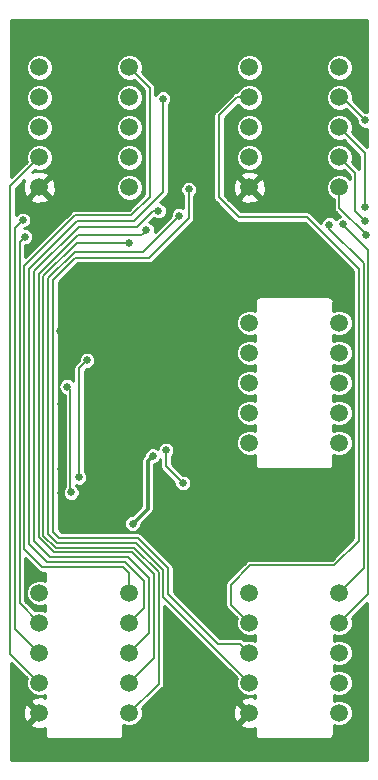
<source format=gbr>
G04 #@! TF.GenerationSoftware,KiCad,Pcbnew,5.0.2+dfsg1-1*
G04 #@! TF.CreationDate,2019-05-06T01:44:38+03:00*
G04 #@! TF.ProjectId,cps1_adapter,63707331-5f61-4646-9170-7465722e6b69,rev?*
G04 #@! TF.SameCoordinates,Original*
G04 #@! TF.FileFunction,Copper,L2,Bot*
G04 #@! TF.FilePolarity,Positive*
%FSLAX46Y46*%
G04 Gerber Fmt 4.6, Leading zero omitted, Abs format (unit mm)*
G04 Created by KiCad (PCBNEW 5.0.2+dfsg1-1) date 2019-05-06T01:44:38 EEST*
%MOMM*%
%LPD*%
G01*
G04 APERTURE LIST*
G04 #@! TA.AperFunction,ComponentPad*
%ADD10C,1.500000*%
G04 #@! TD*
G04 #@! TA.AperFunction,ViaPad*
%ADD11C,0.660000*%
G04 #@! TD*
G04 #@! TA.AperFunction,Conductor*
%ADD12C,0.200000*%
G04 #@! TD*
G04 #@! TA.AperFunction,Conductor*
%ADD13C,0.400000*%
G04 #@! TD*
G04 #@! TA.AperFunction,Conductor*
%ADD14C,0.500000*%
G04 #@! TD*
G04 #@! TA.AperFunction,Conductor*
%ADD15C,0.300000*%
G04 #@! TD*
G04 #@! TA.AperFunction,Conductor*
%ADD16C,0.254000*%
G04 #@! TD*
G04 APERTURE END LIST*
D10*
G04 #@! TO.P,J5,1*
G04 #@! TO.N,Net-(J5-Pad1)*
X43445000Y-35500000D03*
G04 #@! TO.P,J5,6*
G04 #@! TO.N,/R3*
X51065000Y-45660000D03*
G04 #@! TO.P,J5,2*
G04 #@! TO.N,/R0*
X43445000Y-38040000D03*
G04 #@! TO.P,J5,7*
G04 #@! TO.N,/F0*
X51065000Y-43120000D03*
G04 #@! TO.P,J5,3*
G04 #@! TO.N,/R1*
X43445000Y-40580000D03*
G04 #@! TO.P,J5,8*
G04 #@! TO.N,/F1*
X51065000Y-40580000D03*
G04 #@! TO.P,J5,4*
G04 #@! TO.N,/R2*
X43445000Y-43120000D03*
G04 #@! TO.P,J5,9*
G04 #@! TO.N,/F2*
X51065000Y-38040000D03*
G04 #@! TO.P,J5,5*
G04 #@! TO.N,GND*
X43445000Y-45660000D03*
G04 #@! TO.P,J5,10*
G04 #@! TO.N,/F3*
X51065000Y-35500000D03*
G04 #@! TD*
G04 #@! TO.P,J3,10*
G04 #@! TO.N,/DVDD5V*
X68845000Y-57140000D03*
G04 #@! TO.P,J3,5*
G04 #@! TO.N,Net-(J3-Pad5)*
X61225000Y-67300000D03*
G04 #@! TO.P,J3,9*
G04 #@! TO.N,Net-(J3-Pad9)*
X68845000Y-59680000D03*
G04 #@! TO.P,J3,4*
G04 #@! TO.N,Net-(J3-Pad4)*
X61225000Y-64760000D03*
G04 #@! TO.P,J3,8*
G04 #@! TO.N,Net-(J3-Pad8)*
X68845000Y-62220000D03*
G04 #@! TO.P,J3,3*
G04 #@! TO.N,Net-(J3-Pad3)*
X61225000Y-62220000D03*
G04 #@! TO.P,J3,7*
G04 #@! TO.N,Net-(J3-Pad7)*
X68845000Y-64760000D03*
G04 #@! TO.P,J3,2*
G04 #@! TO.N,Net-(J3-Pad2)*
X61225000Y-59680000D03*
G04 #@! TO.P,J3,6*
G04 #@! TO.N,Net-(J3-Pad6)*
X68845000Y-67300000D03*
G04 #@! TO.P,J3,1*
G04 #@! TO.N,Net-(J3-Pad1)*
X61225000Y-57140000D03*
G04 #@! TD*
G04 #@! TO.P,J2,1*
G04 #@! TO.N,Net-(J2-Pad1)*
X43445000Y-80000000D03*
G04 #@! TO.P,J2,6*
G04 #@! TO.N,/R3*
X51065000Y-90160000D03*
G04 #@! TO.P,J2,2*
G04 #@! TO.N,/R0*
X43445000Y-82540000D03*
G04 #@! TO.P,J2,7*
G04 #@! TO.N,/F0*
X51065000Y-87620000D03*
G04 #@! TO.P,J2,3*
G04 #@! TO.N,/R1*
X43445000Y-85080000D03*
G04 #@! TO.P,J2,8*
G04 #@! TO.N,/F1*
X51065000Y-85080000D03*
G04 #@! TO.P,J2,4*
G04 #@! TO.N,/R2*
X43445000Y-87620000D03*
G04 #@! TO.P,J2,9*
G04 #@! TO.N,/F2*
X51065000Y-82540000D03*
G04 #@! TO.P,J2,5*
G04 #@! TO.N,GND*
X43445000Y-90160000D03*
G04 #@! TO.P,J2,10*
G04 #@! TO.N,/F3*
X51065000Y-80000000D03*
G04 #@! TD*
G04 #@! TO.P,J1,10*
G04 #@! TO.N,/G3*
X68845000Y-80000000D03*
G04 #@! TO.P,J1,5*
G04 #@! TO.N,GND*
X61225000Y-90160000D03*
G04 #@! TO.P,J1,9*
G04 #@! TO.N,/G2*
X68845000Y-82540000D03*
G04 #@! TO.P,J1,4*
G04 #@! TO.N,/B2*
X61225000Y-87620000D03*
G04 #@! TO.P,J1,8*
G04 #@! TO.N,/G1*
X68845000Y-85080000D03*
G04 #@! TO.P,J1,3*
G04 #@! TO.N,/B1*
X61225000Y-85080000D03*
G04 #@! TO.P,J1,7*
G04 #@! TO.N,/G0*
X68845000Y-87620000D03*
G04 #@! TO.P,J1,2*
G04 #@! TO.N,/B0*
X61225000Y-82540000D03*
G04 #@! TO.P,J1,6*
G04 #@! TO.N,/B3*
X68845000Y-90160000D03*
G04 #@! TO.P,J1,1*
G04 #@! TO.N,Net-(J1-Pad1)*
X61225000Y-80000000D03*
G04 #@! TD*
G04 #@! TO.P,J4,1*
G04 #@! TO.N,Net-(J4-Pad1)*
X61225000Y-35500000D03*
G04 #@! TO.P,J4,6*
G04 #@! TO.N,/B3*
X68845000Y-45660000D03*
G04 #@! TO.P,J4,2*
G04 #@! TO.N,/B0*
X61225000Y-38040000D03*
G04 #@! TO.P,J4,7*
G04 #@! TO.N,/G0*
X68845000Y-43120000D03*
G04 #@! TO.P,J4,3*
G04 #@! TO.N,/B1*
X61225000Y-40580000D03*
G04 #@! TO.P,J4,8*
G04 #@! TO.N,/G1*
X68845000Y-40580000D03*
G04 #@! TO.P,J4,4*
G04 #@! TO.N,/B2*
X61225000Y-43120000D03*
G04 #@! TO.P,J4,9*
G04 #@! TO.N,/G2*
X68845000Y-38040000D03*
G04 #@! TO.P,J4,5*
G04 #@! TO.N,GND*
X61225000Y-45660000D03*
G04 #@! TO.P,J4,10*
G04 #@! TO.N,/G3*
X68845000Y-35500000D03*
G04 #@! TD*
D11*
G04 #@! TO.N,GND*
X45300000Y-69540000D03*
X45300000Y-71540000D03*
X45300000Y-64010000D03*
X45840000Y-61460000D03*
X42680000Y-78210000D03*
X55440000Y-71730000D03*
X52940000Y-74130000D03*
X59330000Y-76980000D03*
X57900000Y-81210000D03*
X43340000Y-49740000D03*
X58790000Y-63400000D03*
X58330000Y-60110000D03*
X46490000Y-53760000D03*
X53900000Y-62910000D03*
X50990000Y-62370000D03*
X52980000Y-59500000D03*
X66580000Y-76380000D03*
X66580000Y-74240000D03*
X66580000Y-72360000D03*
X66580000Y-70690000D03*
X45240030Y-57810000D03*
X52990000Y-57230000D03*
X48070000Y-54020000D03*
X49860000Y-54030000D03*
X51650000Y-54030000D03*
X53410000Y-54040000D03*
X54870000Y-54040000D03*
X56460000Y-54040000D03*
X57880000Y-54040000D03*
X59550000Y-53220000D03*
X60880000Y-53210000D03*
X62220000Y-53220000D03*
X63540000Y-53230000D03*
X64980000Y-53220000D03*
X66440000Y-53230000D03*
X67800000Y-53230000D03*
X69150000Y-53240000D03*
X57910000Y-82280000D03*
X58860000Y-83220000D03*
X58840000Y-81760000D03*
X56350000Y-80760000D03*
X56500000Y-84620000D03*
X55590000Y-83740000D03*
X54700000Y-82840000D03*
X54680000Y-84630000D03*
X55550000Y-85480000D03*
X56340000Y-86200000D03*
X57400000Y-87230000D03*
X57400000Y-85520000D03*
G04 #@! TO.N,/oC1*
X45800000Y-62530000D03*
X46160012Y-71500026D03*
G04 #@! TO.N,/VMID*
X51350000Y-74130000D03*
X53060000Y-68380000D03*
G04 #@! TO.N,Net-(R4-Pad2)*
X55610000Y-70700000D03*
X54190000Y-67910000D03*
G04 #@! TO.N,/B3*
X71085000Y-49670000D03*
G04 #@! TO.N,/G0*
X71060000Y-48540000D03*
G04 #@! TO.N,/B1*
X56100000Y-45840000D03*
G04 #@! TO.N,/G1*
X71040000Y-47360000D03*
G04 #@! TO.N,/B2*
X55280000Y-48050000D03*
G04 #@! TO.N,/G2*
X69150000Y-48800000D03*
X71050000Y-39990000D03*
G04 #@! TO.N,/G3*
X68010000Y-48820000D03*
G04 #@! TO.N,/R3*
X51030000Y-50370000D03*
G04 #@! TO.N,/R0*
X42230000Y-49850000D03*
G04 #@! TO.N,/F0*
X52530000Y-49290000D03*
G04 #@! TO.N,/R1*
X42050000Y-48430000D03*
G04 #@! TO.N,/F1*
X53540000Y-47650000D03*
G04 #@! TO.N,/F2*
X53920000Y-38160000D03*
G04 #@! TO.N,/LRCLK*
X46810000Y-70220000D03*
X47500000Y-60300000D03*
G04 #@! TD*
D12*
G04 #@! TO.N,GND*
X45300000Y-69540000D02*
X45300000Y-71540000D01*
D13*
X45300000Y-64476690D02*
X45300000Y-69540000D01*
X45300000Y-64010000D02*
X45300000Y-64476690D01*
D12*
X45300000Y-63543310D02*
X45110000Y-63353310D01*
X45300000Y-64010000D02*
X45300000Y-63543310D01*
X45110000Y-63353310D02*
X45110000Y-62287598D01*
X45840000Y-61557598D02*
X45840000Y-61460000D01*
X45110000Y-62287598D02*
X45840000Y-61557598D01*
D13*
X55440000Y-71730000D02*
X55340000Y-71730000D01*
X55340000Y-71730000D02*
X52940000Y-74130000D01*
X59000001Y-77309999D02*
X59000001Y-78079999D01*
X59330000Y-76980000D02*
X59000001Y-77309999D01*
X59000001Y-78079999D02*
X57900000Y-79180000D01*
X57900000Y-79180000D02*
X57900000Y-81210000D01*
D14*
X58790000Y-63400000D02*
X58790000Y-60570000D01*
X58790000Y-60570000D02*
X58330000Y-60110000D01*
X45840000Y-60993310D02*
X46020000Y-60813310D01*
X45840000Y-61460000D02*
X45840000Y-60993310D01*
X46020000Y-54230000D02*
X46490000Y-53760000D01*
X53900000Y-62910000D02*
X53510000Y-62520000D01*
X53510000Y-62520000D02*
X51140000Y-62520000D01*
X51140000Y-62520000D02*
X50990000Y-62370000D01*
D13*
X52980000Y-59500000D02*
X51830000Y-59500000D01*
X50990000Y-60340000D02*
X50990000Y-62370000D01*
X51830000Y-59500000D02*
X50990000Y-60340000D01*
X52980000Y-61990000D02*
X53900000Y-62910000D01*
X52980000Y-59500000D02*
X52980000Y-61990000D01*
X59796690Y-76980000D02*
X60066690Y-76710000D01*
X59330000Y-76980000D02*
X59796690Y-76980000D01*
X60066690Y-76710000D02*
X66250000Y-76710000D01*
X66250000Y-76710000D02*
X66580000Y-76380000D01*
X66580000Y-74240000D02*
X66580000Y-72360000D01*
D15*
X46020000Y-57450000D02*
X45600030Y-57450000D01*
X45600030Y-57450000D02*
X45240030Y-57810000D01*
D14*
X46020000Y-57450000D02*
X46020000Y-54230000D01*
X46020000Y-60813310D02*
X46020000Y-57450000D01*
D15*
X52990000Y-59490000D02*
X52980000Y-59500000D01*
X52990000Y-57230000D02*
X52990000Y-59490000D01*
D14*
X46490000Y-53760000D02*
X47810000Y-53760000D01*
X47810000Y-53760000D02*
X48070000Y-54020000D01*
X49860000Y-54030000D02*
X51650000Y-54030000D01*
X53410000Y-54040000D02*
X54870000Y-54040000D01*
X56460000Y-54040000D02*
X57880000Y-54040000D01*
X59550000Y-53220000D02*
X60870000Y-53220000D01*
X60870000Y-53220000D02*
X60880000Y-53210000D01*
X62220000Y-53220000D02*
X63530000Y-53220000D01*
X63530000Y-53220000D02*
X63540000Y-53230000D01*
X64980000Y-53220000D02*
X66430000Y-53220000D01*
X66430000Y-53220000D02*
X66440000Y-53230000D01*
X57900000Y-81210000D02*
X57900000Y-82270000D01*
X57900000Y-82270000D02*
X57910000Y-82280000D01*
X58860000Y-83220000D02*
X58860000Y-81780000D01*
X58860000Y-81780000D02*
X58840000Y-81760000D01*
X56500000Y-84620000D02*
X56470000Y-84620000D01*
X56470000Y-84620000D02*
X55590000Y-83740000D01*
X54700000Y-82840000D02*
X54700000Y-84610000D01*
X54700000Y-84610000D02*
X54680000Y-84630000D01*
X55550000Y-85480000D02*
X55620000Y-85480000D01*
X55620000Y-85480000D02*
X56340000Y-86200000D01*
D12*
G04 #@! TO.N,/oC1*
X46080000Y-71420014D02*
X46160012Y-71500026D01*
X45800000Y-62530000D02*
X46080000Y-62810000D01*
X46080000Y-62810000D02*
X46080000Y-71420014D01*
D15*
G04 #@! TO.N,/VMID*
X52620000Y-68820000D02*
X53060000Y-68380000D01*
X51350000Y-74130000D02*
X52620000Y-72860000D01*
X52620000Y-72860000D02*
X52620000Y-68820000D01*
D12*
G04 #@! TO.N,Net-(R4-Pad2)*
X55610000Y-70700000D02*
X54190000Y-69280000D01*
X54190000Y-69280000D02*
X54190000Y-67910000D01*
G04 #@! TO.N,/B3*
X68845000Y-47405000D02*
X68845000Y-45660000D01*
X71085000Y-49670000D02*
X71085000Y-49645000D01*
X71085000Y-49645000D02*
X68845000Y-47405000D01*
G04 #@! TO.N,/B0*
X60200000Y-38040000D02*
X61225000Y-38040000D01*
X58680000Y-39560000D02*
X60200000Y-38040000D01*
X58680000Y-46520000D02*
X58680000Y-39560000D01*
X70500000Y-52560000D02*
X66110000Y-48170000D01*
X60330000Y-48170000D02*
X58680000Y-46520000D01*
X59690000Y-81005000D02*
X59690000Y-79300000D01*
X61225000Y-82540000D02*
X59690000Y-81005000D01*
X66110000Y-48170000D02*
X60330000Y-48170000D01*
X61330000Y-77660000D02*
X68430000Y-77660000D01*
X70500000Y-75590000D02*
X70500000Y-52560000D01*
X59690000Y-79300000D02*
X61330000Y-77660000D01*
X68430000Y-77660000D02*
X70500000Y-75590000D01*
G04 #@! TO.N,/G0*
X71060000Y-48540000D02*
X70200000Y-47680000D01*
X70200000Y-44475000D02*
X68845000Y-43120000D01*
X70200000Y-47680000D02*
X70200000Y-44475000D01*
G04 #@! TO.N,/B1*
X52760000Y-51630000D02*
X56100000Y-48290000D01*
X44610030Y-74812936D02*
X44610030Y-53511366D01*
X45157094Y-75360000D02*
X44610030Y-74812936D01*
X45280000Y-75360000D02*
X45157094Y-75360000D01*
X45290000Y-75350000D02*
X45280000Y-75360000D01*
X60475001Y-84330001D02*
X58560001Y-84330001D01*
X56100000Y-48290000D02*
X56100000Y-45840000D01*
X54360010Y-77932914D02*
X51777095Y-75350000D01*
X46491396Y-51630000D02*
X52760000Y-51630000D01*
X44610030Y-53511366D02*
X46491396Y-51630000D01*
X61225000Y-85080000D02*
X60475001Y-84330001D01*
X58560001Y-84330001D02*
X54360010Y-80130010D01*
X54360010Y-80130010D02*
X54360010Y-77932914D01*
X51777095Y-75350000D02*
X45290000Y-75350000D01*
G04 #@! TO.N,/G1*
X71040000Y-42775000D02*
X68845000Y-40580000D01*
X71040000Y-47360000D02*
X71040000Y-42775000D01*
G04 #@! TO.N,/B2*
X61225000Y-87620000D02*
X53960000Y-80355000D01*
X53960000Y-78098603D02*
X51621397Y-75760000D01*
X53960000Y-80355000D02*
X53960000Y-78098603D01*
X51621397Y-75760000D02*
X44991396Y-75760000D01*
X44991396Y-75760000D02*
X44210020Y-74978624D01*
X44210020Y-74978624D02*
X44210020Y-53345678D01*
X44210020Y-53345678D02*
X46435698Y-51120000D01*
X46435698Y-51120000D02*
X52210000Y-51120000D01*
X52210000Y-51120000D02*
X55280000Y-48050000D01*
G04 #@! TO.N,/G2*
X71314990Y-80070010D02*
X71314990Y-77684990D01*
X68845000Y-82540000D02*
X71314990Y-80070010D01*
X71314990Y-77684990D02*
X71314990Y-50994990D01*
X71314990Y-50994990D02*
X69150000Y-48830000D01*
X69150000Y-48830000D02*
X69150000Y-48800000D01*
X69100000Y-38040000D02*
X68845000Y-38040000D01*
X71050000Y-39990000D02*
X69100000Y-38040000D01*
G04 #@! TO.N,/G3*
X68845000Y-80000000D02*
X70910000Y-77935000D01*
X70910000Y-77935000D02*
X70910000Y-52070000D01*
X70910000Y-52070000D02*
X68010000Y-49170000D01*
X68010000Y-49170000D02*
X68010000Y-48820000D01*
G04 #@! TO.N,/R3*
X46620000Y-50370000D02*
X51030000Y-50370000D01*
X43810010Y-53179990D02*
X46620000Y-50370000D01*
X53550010Y-87674990D02*
X53550010Y-78254311D01*
X51065000Y-90160000D02*
X53550010Y-87674990D01*
X53550010Y-78254311D02*
X51475699Y-76180000D01*
X51475699Y-76180000D02*
X44845698Y-76180000D01*
X44845698Y-76180000D02*
X43810010Y-75144312D01*
X43810010Y-75144312D02*
X43810010Y-53179990D01*
G04 #@! TO.N,/R0*
X41800000Y-50280000D02*
X41900001Y-50179999D01*
X41900001Y-50179999D02*
X42230000Y-49850000D01*
X41800000Y-80895000D02*
X41800000Y-50280000D01*
X43445000Y-82540000D02*
X41800000Y-80895000D01*
G04 #@! TO.N,/F0*
X44680000Y-76580000D02*
X43410000Y-75310000D01*
X43410000Y-75310000D02*
X43410000Y-53010000D01*
X43410000Y-53010000D02*
X46700001Y-49719999D01*
X46700001Y-49719999D02*
X52100001Y-49719999D01*
X52200001Y-49619999D02*
X52530000Y-49290000D01*
X52100001Y-49719999D02*
X52200001Y-49619999D01*
X53150000Y-78420000D02*
X51310000Y-76580000D01*
X53150000Y-85535000D02*
X53150000Y-78420000D01*
X51065000Y-87620000D02*
X53150000Y-85535000D01*
X51310000Y-76580000D02*
X44680000Y-76580000D01*
G04 #@! TO.N,/R1*
X41391021Y-49088979D02*
X41720001Y-48759999D01*
X41720001Y-48759999D02*
X42050000Y-48430000D01*
X41391021Y-83026021D02*
X41391021Y-49088979D01*
X43445000Y-85080000D02*
X41391021Y-83026021D01*
G04 #@! TO.N,/F1*
X44400000Y-76990000D02*
X43000000Y-75590000D01*
X43000000Y-52780000D02*
X46780000Y-49000000D01*
X52740000Y-78750000D02*
X50980000Y-76990000D01*
X53067598Y-47650000D02*
X53073310Y-47650000D01*
X53073310Y-47650000D02*
X53540000Y-47650000D01*
X51065000Y-85080000D02*
X52740000Y-83405000D01*
X50980000Y-76990000D02*
X44400000Y-76990000D01*
X46780000Y-49000000D02*
X51717598Y-49000000D01*
X51717598Y-49000000D02*
X53067598Y-47650000D01*
X43000000Y-75590000D02*
X43000000Y-52780000D01*
X52740000Y-83405000D02*
X52740000Y-78750000D01*
G04 #@! TO.N,/R2*
X42695001Y-43869999D02*
X43445000Y-43120000D01*
X43445000Y-87620000D02*
X40991010Y-85166010D01*
X40991010Y-45573990D02*
X42695001Y-43869999D01*
X40991010Y-85166010D02*
X40991010Y-45573990D01*
G04 #@! TO.N,/F2*
X51450000Y-48520000D02*
X53920000Y-46050000D01*
X46630000Y-48520000D02*
X51450000Y-48520000D01*
X42600000Y-52550000D02*
X46630000Y-48520000D01*
X52330000Y-81275000D02*
X52330000Y-78990000D01*
X51065000Y-82540000D02*
X52330000Y-81275000D01*
X52330000Y-78990000D02*
X50730000Y-77390000D01*
X50730000Y-77390000D02*
X44140000Y-77390000D01*
X44140000Y-77390000D02*
X42600000Y-75850000D01*
X53920000Y-46050000D02*
X53920000Y-38160000D01*
X42600000Y-75850000D02*
X42600000Y-52550000D01*
G04 #@! TO.N,/F3*
X52800000Y-37235000D02*
X51065000Y-35500000D01*
X52800000Y-46450000D02*
X52800000Y-37235000D01*
X51220000Y-48030000D02*
X52800000Y-46450000D01*
X51065000Y-78355000D02*
X50520000Y-77810000D01*
X42200000Y-76320000D02*
X42200000Y-52320000D01*
X50520000Y-77810000D02*
X43690000Y-77810000D01*
X51065000Y-80000000D02*
X51065000Y-78355000D01*
X46490000Y-48030000D02*
X51220000Y-48030000D01*
X43690000Y-77810000D02*
X42200000Y-76320000D01*
X42200000Y-52320000D02*
X46490000Y-48030000D01*
G04 #@! TO.N,/LRCLK*
X46810000Y-70220000D02*
X46810000Y-60990000D01*
X46810000Y-60990000D02*
X47500000Y-60300000D01*
G04 #@! TD*
D16*
G04 #@! TO.N,GND*
G36*
X71234001Y-94144000D02*
X41072000Y-94144000D01*
X41072000Y-89955171D01*
X42047799Y-89955171D01*
X42075770Y-90505448D01*
X42232540Y-90883923D01*
X42473483Y-90951912D01*
X43265395Y-90160000D01*
X42473483Y-89368088D01*
X42232540Y-89436077D01*
X42047799Y-89955171D01*
X41072000Y-89955171D01*
X41072000Y-85927236D01*
X42380133Y-87235370D01*
X42314000Y-87395030D01*
X42314000Y-87844970D01*
X42486184Y-88260660D01*
X42804340Y-88578816D01*
X43220030Y-88751000D01*
X43669970Y-88751000D01*
X43929000Y-88643706D01*
X43929000Y-88862154D01*
X43649829Y-88762799D01*
X43099552Y-88790770D01*
X42721077Y-88947540D01*
X42653088Y-89188483D01*
X43445000Y-89980395D01*
X43459143Y-89966253D01*
X43638748Y-90145858D01*
X43624605Y-90160000D01*
X43638748Y-90174143D01*
X43459143Y-90353748D01*
X43445000Y-90339605D01*
X42653088Y-91131517D01*
X42721077Y-91372460D01*
X43240171Y-91557201D01*
X43790448Y-91529230D01*
X43929000Y-91471840D01*
X43929000Y-91937555D01*
X43920557Y-91980000D01*
X43954008Y-92148168D01*
X44049267Y-92290733D01*
X44191832Y-92385992D01*
X44360000Y-92419443D01*
X44402445Y-92411000D01*
X50107555Y-92411000D01*
X50150000Y-92419443D01*
X50192445Y-92411000D01*
X50318168Y-92385992D01*
X50460733Y-92290733D01*
X50555992Y-92148168D01*
X50589443Y-91980000D01*
X50581000Y-91937555D01*
X50581000Y-91183707D01*
X50840030Y-91291000D01*
X51289970Y-91291000D01*
X51705660Y-91118816D01*
X52023816Y-90800660D01*
X52196000Y-90384970D01*
X52196000Y-89955171D01*
X59827799Y-89955171D01*
X59855770Y-90505448D01*
X60012540Y-90883923D01*
X60253483Y-90951912D01*
X61045395Y-90160000D01*
X60253483Y-89368088D01*
X60012540Y-89436077D01*
X59827799Y-89955171D01*
X52196000Y-89955171D01*
X52196000Y-89935030D01*
X52129867Y-89775370D01*
X53856633Y-88048604D01*
X53896791Y-88021771D01*
X53923624Y-87981613D01*
X53923626Y-87981611D01*
X54003102Y-87862667D01*
X54014040Y-87807676D01*
X54031010Y-87722363D01*
X54031010Y-87722359D01*
X54040432Y-87674990D01*
X54031010Y-87627621D01*
X54031010Y-81106246D01*
X60160133Y-87235370D01*
X60094000Y-87395030D01*
X60094000Y-87844970D01*
X60266184Y-88260660D01*
X60584340Y-88578816D01*
X61000030Y-88751000D01*
X61449970Y-88751000D01*
X61709000Y-88643706D01*
X61709000Y-88862154D01*
X61429829Y-88762799D01*
X60879552Y-88790770D01*
X60501077Y-88947540D01*
X60433088Y-89188483D01*
X61225000Y-89980395D01*
X61239143Y-89966253D01*
X61418748Y-90145858D01*
X61404605Y-90160000D01*
X61418748Y-90174143D01*
X61239143Y-90353748D01*
X61225000Y-90339605D01*
X60433088Y-91131517D01*
X60501077Y-91372460D01*
X61020171Y-91557201D01*
X61570448Y-91529230D01*
X61709000Y-91471840D01*
X61709000Y-91937555D01*
X61700557Y-91980000D01*
X61734008Y-92148168D01*
X61829267Y-92290733D01*
X61971832Y-92385992D01*
X62140000Y-92419443D01*
X62182445Y-92411000D01*
X67897555Y-92411000D01*
X67940000Y-92419443D01*
X67982445Y-92411000D01*
X68108168Y-92385992D01*
X68250733Y-92290733D01*
X68345992Y-92148168D01*
X68379443Y-91980000D01*
X68371000Y-91937555D01*
X68371000Y-91187849D01*
X68620030Y-91291000D01*
X69069970Y-91291000D01*
X69485660Y-91118816D01*
X69803816Y-90800660D01*
X69976000Y-90384970D01*
X69976000Y-89935030D01*
X69803816Y-89519340D01*
X69485660Y-89201184D01*
X69069970Y-89029000D01*
X68620030Y-89029000D01*
X68371000Y-89132151D01*
X68371000Y-88647849D01*
X68620030Y-88751000D01*
X69069970Y-88751000D01*
X69485660Y-88578816D01*
X69803816Y-88260660D01*
X69976000Y-87844970D01*
X69976000Y-87395030D01*
X69803816Y-86979340D01*
X69485660Y-86661184D01*
X69069970Y-86489000D01*
X68620030Y-86489000D01*
X68371000Y-86592151D01*
X68371000Y-86107849D01*
X68620030Y-86211000D01*
X69069970Y-86211000D01*
X69485660Y-86038816D01*
X69803816Y-85720660D01*
X69976000Y-85304970D01*
X69976000Y-84855030D01*
X69803816Y-84439340D01*
X69485660Y-84121184D01*
X69069970Y-83949000D01*
X68620030Y-83949000D01*
X68371000Y-84052151D01*
X68371000Y-83567849D01*
X68620030Y-83671000D01*
X69069970Y-83671000D01*
X69485660Y-83498816D01*
X69803816Y-83180660D01*
X69976000Y-82764970D01*
X69976000Y-82315030D01*
X69909867Y-82155369D01*
X71234001Y-80831235D01*
X71234001Y-94144000D01*
X71234001Y-94144000D01*
G37*
X71234001Y-94144000D02*
X41072000Y-94144000D01*
X41072000Y-89955171D01*
X42047799Y-89955171D01*
X42075770Y-90505448D01*
X42232540Y-90883923D01*
X42473483Y-90951912D01*
X43265395Y-90160000D01*
X42473483Y-89368088D01*
X42232540Y-89436077D01*
X42047799Y-89955171D01*
X41072000Y-89955171D01*
X41072000Y-85927236D01*
X42380133Y-87235370D01*
X42314000Y-87395030D01*
X42314000Y-87844970D01*
X42486184Y-88260660D01*
X42804340Y-88578816D01*
X43220030Y-88751000D01*
X43669970Y-88751000D01*
X43929000Y-88643706D01*
X43929000Y-88862154D01*
X43649829Y-88762799D01*
X43099552Y-88790770D01*
X42721077Y-88947540D01*
X42653088Y-89188483D01*
X43445000Y-89980395D01*
X43459143Y-89966253D01*
X43638748Y-90145858D01*
X43624605Y-90160000D01*
X43638748Y-90174143D01*
X43459143Y-90353748D01*
X43445000Y-90339605D01*
X42653088Y-91131517D01*
X42721077Y-91372460D01*
X43240171Y-91557201D01*
X43790448Y-91529230D01*
X43929000Y-91471840D01*
X43929000Y-91937555D01*
X43920557Y-91980000D01*
X43954008Y-92148168D01*
X44049267Y-92290733D01*
X44191832Y-92385992D01*
X44360000Y-92419443D01*
X44402445Y-92411000D01*
X50107555Y-92411000D01*
X50150000Y-92419443D01*
X50192445Y-92411000D01*
X50318168Y-92385992D01*
X50460733Y-92290733D01*
X50555992Y-92148168D01*
X50589443Y-91980000D01*
X50581000Y-91937555D01*
X50581000Y-91183707D01*
X50840030Y-91291000D01*
X51289970Y-91291000D01*
X51705660Y-91118816D01*
X52023816Y-90800660D01*
X52196000Y-90384970D01*
X52196000Y-89955171D01*
X59827799Y-89955171D01*
X59855770Y-90505448D01*
X60012540Y-90883923D01*
X60253483Y-90951912D01*
X61045395Y-90160000D01*
X60253483Y-89368088D01*
X60012540Y-89436077D01*
X59827799Y-89955171D01*
X52196000Y-89955171D01*
X52196000Y-89935030D01*
X52129867Y-89775370D01*
X53856633Y-88048604D01*
X53896791Y-88021771D01*
X53923624Y-87981613D01*
X53923626Y-87981611D01*
X54003102Y-87862667D01*
X54014040Y-87807676D01*
X54031010Y-87722363D01*
X54031010Y-87722359D01*
X54040432Y-87674990D01*
X54031010Y-87627621D01*
X54031010Y-81106246D01*
X60160133Y-87235370D01*
X60094000Y-87395030D01*
X60094000Y-87844970D01*
X60266184Y-88260660D01*
X60584340Y-88578816D01*
X61000030Y-88751000D01*
X61449970Y-88751000D01*
X61709000Y-88643706D01*
X61709000Y-88862154D01*
X61429829Y-88762799D01*
X60879552Y-88790770D01*
X60501077Y-88947540D01*
X60433088Y-89188483D01*
X61225000Y-89980395D01*
X61239143Y-89966253D01*
X61418748Y-90145858D01*
X61404605Y-90160000D01*
X61418748Y-90174143D01*
X61239143Y-90353748D01*
X61225000Y-90339605D01*
X60433088Y-91131517D01*
X60501077Y-91372460D01*
X61020171Y-91557201D01*
X61570448Y-91529230D01*
X61709000Y-91471840D01*
X61709000Y-91937555D01*
X61700557Y-91980000D01*
X61734008Y-92148168D01*
X61829267Y-92290733D01*
X61971832Y-92385992D01*
X62140000Y-92419443D01*
X62182445Y-92411000D01*
X67897555Y-92411000D01*
X67940000Y-92419443D01*
X67982445Y-92411000D01*
X68108168Y-92385992D01*
X68250733Y-92290733D01*
X68345992Y-92148168D01*
X68379443Y-91980000D01*
X68371000Y-91937555D01*
X68371000Y-91187849D01*
X68620030Y-91291000D01*
X69069970Y-91291000D01*
X69485660Y-91118816D01*
X69803816Y-90800660D01*
X69976000Y-90384970D01*
X69976000Y-89935030D01*
X69803816Y-89519340D01*
X69485660Y-89201184D01*
X69069970Y-89029000D01*
X68620030Y-89029000D01*
X68371000Y-89132151D01*
X68371000Y-88647849D01*
X68620030Y-88751000D01*
X69069970Y-88751000D01*
X69485660Y-88578816D01*
X69803816Y-88260660D01*
X69976000Y-87844970D01*
X69976000Y-87395030D01*
X69803816Y-86979340D01*
X69485660Y-86661184D01*
X69069970Y-86489000D01*
X68620030Y-86489000D01*
X68371000Y-86592151D01*
X68371000Y-86107849D01*
X68620030Y-86211000D01*
X69069970Y-86211000D01*
X69485660Y-86038816D01*
X69803816Y-85720660D01*
X69976000Y-85304970D01*
X69976000Y-84855030D01*
X69803816Y-84439340D01*
X69485660Y-84121184D01*
X69069970Y-83949000D01*
X68620030Y-83949000D01*
X68371000Y-84052151D01*
X68371000Y-83567849D01*
X68620030Y-83671000D01*
X69069970Y-83671000D01*
X69485660Y-83498816D01*
X69803816Y-83180660D01*
X69976000Y-82764970D01*
X69976000Y-82315030D01*
X69909867Y-82155369D01*
X71234001Y-80831235D01*
X71234001Y-94144000D01*
G36*
X71234000Y-39296635D02*
X71191427Y-39279000D01*
X71019236Y-39279000D01*
X69976000Y-38235764D01*
X69976000Y-37815030D01*
X69803816Y-37399340D01*
X69485660Y-37081184D01*
X69069970Y-36909000D01*
X68620030Y-36909000D01*
X68204340Y-37081184D01*
X67886184Y-37399340D01*
X67714000Y-37815030D01*
X67714000Y-38264970D01*
X67886184Y-38680660D01*
X68204340Y-38998816D01*
X68620030Y-39171000D01*
X69069970Y-39171000D01*
X69409943Y-39030179D01*
X70339000Y-39959236D01*
X70339000Y-40131427D01*
X70447244Y-40392749D01*
X70647251Y-40592756D01*
X70908573Y-40701000D01*
X71191427Y-40701000D01*
X71234000Y-40683365D01*
X71234000Y-42288763D01*
X69909867Y-40964630D01*
X69976000Y-40804970D01*
X69976000Y-40355030D01*
X69803816Y-39939340D01*
X69485660Y-39621184D01*
X69069970Y-39449000D01*
X68620030Y-39449000D01*
X68204340Y-39621184D01*
X67886184Y-39939340D01*
X67714000Y-40355030D01*
X67714000Y-40804970D01*
X67886184Y-41220660D01*
X68204340Y-41538816D01*
X68620030Y-41711000D01*
X69069970Y-41711000D01*
X69229630Y-41644867D01*
X70559001Y-42974238D01*
X70559001Y-44146507D01*
X70546781Y-44128219D01*
X70506620Y-44101384D01*
X69909867Y-43504631D01*
X69976000Y-43344970D01*
X69976000Y-42895030D01*
X69803816Y-42479340D01*
X69485660Y-42161184D01*
X69069970Y-41989000D01*
X68620030Y-41989000D01*
X68204340Y-42161184D01*
X67886184Y-42479340D01*
X67714000Y-42895030D01*
X67714000Y-43344970D01*
X67886184Y-43760660D01*
X68204340Y-44078816D01*
X68620030Y-44251000D01*
X69069970Y-44251000D01*
X69229631Y-44184867D01*
X69719001Y-44674237D01*
X69719001Y-44934525D01*
X69485660Y-44701184D01*
X69069970Y-44529000D01*
X68620030Y-44529000D01*
X68204340Y-44701184D01*
X67886184Y-45019340D01*
X67714000Y-45435030D01*
X67714000Y-45884970D01*
X67886184Y-46300660D01*
X68204340Y-46618816D01*
X68364000Y-46684949D01*
X68364000Y-47357631D01*
X68354578Y-47405000D01*
X68364000Y-47452369D01*
X68364000Y-47452372D01*
X68391908Y-47592676D01*
X68498219Y-47751781D01*
X68538380Y-47778616D01*
X68895571Y-48135807D01*
X68747251Y-48197244D01*
X68570000Y-48374495D01*
X68412749Y-48217244D01*
X68151427Y-48109000D01*
X67868573Y-48109000D01*
X67607251Y-48217244D01*
X67407244Y-48417251D01*
X67299000Y-48678573D01*
X67299000Y-48678764D01*
X66483615Y-47863379D01*
X66456781Y-47823219D01*
X66297677Y-47716908D01*
X66157373Y-47689000D01*
X66157369Y-47689000D01*
X66110000Y-47679578D01*
X66062631Y-47689000D01*
X60529236Y-47689000D01*
X59471753Y-46631517D01*
X60433088Y-46631517D01*
X60501077Y-46872460D01*
X61020171Y-47057201D01*
X61570448Y-47029230D01*
X61948923Y-46872460D01*
X62016912Y-46631517D01*
X61225000Y-45839605D01*
X60433088Y-46631517D01*
X59471753Y-46631517D01*
X59161000Y-46320764D01*
X59161000Y-45455171D01*
X59827799Y-45455171D01*
X59855770Y-46005448D01*
X60012540Y-46383923D01*
X60253483Y-46451912D01*
X61045395Y-45660000D01*
X61404605Y-45660000D01*
X62196517Y-46451912D01*
X62437460Y-46383923D01*
X62622201Y-45864829D01*
X62594230Y-45314552D01*
X62437460Y-44936077D01*
X62196517Y-44868088D01*
X61404605Y-45660000D01*
X61045395Y-45660000D01*
X60253483Y-44868088D01*
X60012540Y-44936077D01*
X59827799Y-45455171D01*
X59161000Y-45455171D01*
X59161000Y-44688483D01*
X60433088Y-44688483D01*
X61225000Y-45480395D01*
X62016912Y-44688483D01*
X61948923Y-44447540D01*
X61429829Y-44262799D01*
X60879552Y-44290770D01*
X60501077Y-44447540D01*
X60433088Y-44688483D01*
X59161000Y-44688483D01*
X59161000Y-42895030D01*
X60094000Y-42895030D01*
X60094000Y-43344970D01*
X60266184Y-43760660D01*
X60584340Y-44078816D01*
X61000030Y-44251000D01*
X61449970Y-44251000D01*
X61865660Y-44078816D01*
X62183816Y-43760660D01*
X62356000Y-43344970D01*
X62356000Y-42895030D01*
X62183816Y-42479340D01*
X61865660Y-42161184D01*
X61449970Y-41989000D01*
X61000030Y-41989000D01*
X60584340Y-42161184D01*
X60266184Y-42479340D01*
X60094000Y-42895030D01*
X59161000Y-42895030D01*
X59161000Y-40355030D01*
X60094000Y-40355030D01*
X60094000Y-40804970D01*
X60266184Y-41220660D01*
X60584340Y-41538816D01*
X61000030Y-41711000D01*
X61449970Y-41711000D01*
X61865660Y-41538816D01*
X62183816Y-41220660D01*
X62356000Y-40804970D01*
X62356000Y-40355030D01*
X62183816Y-39939340D01*
X61865660Y-39621184D01*
X61449970Y-39449000D01*
X61000030Y-39449000D01*
X60584340Y-39621184D01*
X60266184Y-39939340D01*
X60094000Y-40355030D01*
X59161000Y-40355030D01*
X59161000Y-39759236D01*
X60258391Y-38661846D01*
X60266184Y-38680660D01*
X60584340Y-38998816D01*
X61000030Y-39171000D01*
X61449970Y-39171000D01*
X61865660Y-38998816D01*
X62183816Y-38680660D01*
X62356000Y-38264970D01*
X62356000Y-37815030D01*
X62183816Y-37399340D01*
X61865660Y-37081184D01*
X61449970Y-36909000D01*
X61000030Y-36909000D01*
X60584340Y-37081184D01*
X60266184Y-37399340D01*
X60203653Y-37550305D01*
X60200000Y-37549578D01*
X60152631Y-37559000D01*
X60152627Y-37559000D01*
X60012323Y-37586908D01*
X59893379Y-37666384D01*
X59893377Y-37666386D01*
X59853219Y-37693219D01*
X59826386Y-37733377D01*
X58373378Y-39186386D01*
X58333220Y-39213219D01*
X58306387Y-39253377D01*
X58306384Y-39253380D01*
X58226908Y-39372324D01*
X58189578Y-39560000D01*
X58199001Y-39607374D01*
X58199000Y-46472631D01*
X58189578Y-46520000D01*
X58199000Y-46567369D01*
X58199000Y-46567372D01*
X58212985Y-46637678D01*
X58226908Y-46707676D01*
X58282584Y-46791000D01*
X58333219Y-46866781D01*
X58373380Y-46893616D01*
X59956384Y-48476620D01*
X59983219Y-48516781D01*
X60142323Y-48623092D01*
X60282627Y-48651000D01*
X60282631Y-48651000D01*
X60329999Y-48660422D01*
X60377367Y-48651000D01*
X65910764Y-48651000D01*
X70019001Y-52759238D01*
X70019000Y-75390763D01*
X68230764Y-77179000D01*
X61377367Y-77179000D01*
X61329999Y-77169578D01*
X61282631Y-77179000D01*
X61282627Y-77179000D01*
X61142323Y-77206908D01*
X60983219Y-77313219D01*
X60956384Y-77353380D01*
X59383378Y-78926386D01*
X59343220Y-78953219D01*
X59316387Y-78993377D01*
X59316384Y-78993380D01*
X59236908Y-79112324D01*
X59199578Y-79300000D01*
X59209001Y-79347374D01*
X59209000Y-80957631D01*
X59199578Y-81005000D01*
X59209000Y-81052369D01*
X59209000Y-81052372D01*
X59236908Y-81192676D01*
X59343219Y-81351781D01*
X59383380Y-81378616D01*
X60160133Y-82155370D01*
X60094000Y-82315030D01*
X60094000Y-82764970D01*
X60266184Y-83180660D01*
X60584340Y-83498816D01*
X61000030Y-83671000D01*
X61449970Y-83671000D01*
X61709001Y-83563706D01*
X61709001Y-84056294D01*
X61449970Y-83949000D01*
X61000030Y-83949000D01*
X60842513Y-84014246D01*
X60821782Y-83983220D01*
X60662678Y-83876909D01*
X60522374Y-83849001D01*
X60522370Y-83849001D01*
X60475001Y-83839579D01*
X60427632Y-83849001D01*
X58759237Y-83849001D01*
X54841010Y-79930774D01*
X54841010Y-77980283D01*
X54850432Y-77932914D01*
X54841010Y-77885545D01*
X54841010Y-77885541D01*
X54813102Y-77745237D01*
X54741192Y-77637617D01*
X54733626Y-77626293D01*
X54733624Y-77626291D01*
X54706791Y-77586133D01*
X54666633Y-77559300D01*
X52150711Y-75043380D01*
X52123876Y-75003219D01*
X51964772Y-74896908D01*
X51824468Y-74869000D01*
X51824464Y-74869000D01*
X51777095Y-74859578D01*
X51729726Y-74869000D01*
X45346330Y-74869000D01*
X45091030Y-74613700D01*
X45091030Y-73988573D01*
X50639000Y-73988573D01*
X50639000Y-74271427D01*
X50747244Y-74532749D01*
X50947251Y-74732756D01*
X51208573Y-74841000D01*
X51491427Y-74841000D01*
X51752749Y-74732756D01*
X51952756Y-74532749D01*
X52061000Y-74271427D01*
X52061000Y-74169947D01*
X52958495Y-73272452D01*
X53002829Y-73242829D01*
X53120190Y-73067186D01*
X53151000Y-72912294D01*
X53151000Y-72912291D01*
X53161401Y-72860001D01*
X53151000Y-72807711D01*
X53151000Y-69091000D01*
X53201427Y-69091000D01*
X53462749Y-68982756D01*
X53662756Y-68782749D01*
X53709000Y-68671106D01*
X53709000Y-69232631D01*
X53699578Y-69280000D01*
X53709000Y-69327369D01*
X53709000Y-69327372D01*
X53715769Y-69361401D01*
X53736908Y-69467676D01*
X53792584Y-69551000D01*
X53843219Y-69626781D01*
X53883380Y-69653616D01*
X54899000Y-70669236D01*
X54899000Y-70841427D01*
X55007244Y-71102749D01*
X55207251Y-71302756D01*
X55468573Y-71411000D01*
X55751427Y-71411000D01*
X56012749Y-71302756D01*
X56212756Y-71102749D01*
X56321000Y-70841427D01*
X56321000Y-70558573D01*
X56212756Y-70297251D01*
X56012749Y-70097244D01*
X55751427Y-69989000D01*
X55579236Y-69989000D01*
X54671000Y-69080764D01*
X54671000Y-68434505D01*
X54792756Y-68312749D01*
X54901000Y-68051427D01*
X54901000Y-67768573D01*
X54792756Y-67507251D01*
X54592749Y-67307244D01*
X54331427Y-67199000D01*
X54048573Y-67199000D01*
X53787251Y-67307244D01*
X53587244Y-67507251D01*
X53479000Y-67768573D01*
X53479000Y-67793495D01*
X53462749Y-67777244D01*
X53201427Y-67669000D01*
X52918573Y-67669000D01*
X52657251Y-67777244D01*
X52457244Y-67977251D01*
X52349000Y-68238573D01*
X52349000Y-68340053D01*
X52281503Y-68407550D01*
X52237172Y-68437171D01*
X52207551Y-68481502D01*
X52207549Y-68481504D01*
X52119810Y-68612815D01*
X52078599Y-68820000D01*
X52089001Y-68872295D01*
X52089000Y-72640053D01*
X51310053Y-73419000D01*
X51208573Y-73419000D01*
X50947251Y-73527244D01*
X50747244Y-73727251D01*
X50639000Y-73988573D01*
X45091030Y-73988573D01*
X45091030Y-62676328D01*
X45197244Y-62932749D01*
X45397251Y-63132756D01*
X45599000Y-63216324D01*
X45599001Y-71055532D01*
X45557256Y-71097277D01*
X45449012Y-71358599D01*
X45449012Y-71641453D01*
X45557256Y-71902775D01*
X45757263Y-72102782D01*
X46018585Y-72211026D01*
X46301439Y-72211026D01*
X46562761Y-72102782D01*
X46762768Y-71902775D01*
X46871012Y-71641453D01*
X46871012Y-71358599D01*
X46762768Y-71097277D01*
X46562761Y-70897270D01*
X46561000Y-70896541D01*
X46561000Y-70886441D01*
X46668573Y-70931000D01*
X46951427Y-70931000D01*
X47212749Y-70822756D01*
X47412756Y-70622749D01*
X47521000Y-70361427D01*
X47521000Y-70078573D01*
X47412756Y-69817251D01*
X47291000Y-69695495D01*
X47291000Y-61189236D01*
X47469236Y-61011000D01*
X47641427Y-61011000D01*
X47902749Y-60902756D01*
X48102756Y-60702749D01*
X48211000Y-60441427D01*
X48211000Y-60158573D01*
X48102756Y-59897251D01*
X47902749Y-59697244D01*
X47641427Y-59589000D01*
X47358573Y-59589000D01*
X47097251Y-59697244D01*
X46897244Y-59897251D01*
X46789000Y-60158573D01*
X46789000Y-60330764D01*
X46503378Y-60616386D01*
X46463220Y-60643219D01*
X46436387Y-60683377D01*
X46436384Y-60683380D01*
X46356908Y-60802324D01*
X46319578Y-60990000D01*
X46329001Y-61037374D01*
X46329001Y-62053496D01*
X46202749Y-61927244D01*
X45941427Y-61819000D01*
X45658573Y-61819000D01*
X45397251Y-61927244D01*
X45197244Y-62127251D01*
X45091030Y-62383672D01*
X45091030Y-56915030D01*
X60094000Y-56915030D01*
X60094000Y-57364970D01*
X60266184Y-57780660D01*
X60584340Y-58098816D01*
X61000030Y-58271000D01*
X61449970Y-58271000D01*
X61709001Y-58163706D01*
X61709001Y-58656294D01*
X61449970Y-58549000D01*
X61000030Y-58549000D01*
X60584340Y-58721184D01*
X60266184Y-59039340D01*
X60094000Y-59455030D01*
X60094000Y-59904970D01*
X60266184Y-60320660D01*
X60584340Y-60638816D01*
X61000030Y-60811000D01*
X61449970Y-60811000D01*
X61709001Y-60703706D01*
X61709001Y-61196294D01*
X61449970Y-61089000D01*
X61000030Y-61089000D01*
X60584340Y-61261184D01*
X60266184Y-61579340D01*
X60094000Y-61995030D01*
X60094000Y-62444970D01*
X60266184Y-62860660D01*
X60584340Y-63178816D01*
X61000030Y-63351000D01*
X61449970Y-63351000D01*
X61709000Y-63243706D01*
X61709000Y-63736294D01*
X61449970Y-63629000D01*
X61000030Y-63629000D01*
X60584340Y-63801184D01*
X60266184Y-64119340D01*
X60094000Y-64535030D01*
X60094000Y-64984970D01*
X60266184Y-65400660D01*
X60584340Y-65718816D01*
X61000030Y-65891000D01*
X61449970Y-65891000D01*
X61709000Y-65783706D01*
X61709000Y-66276294D01*
X61449970Y-66169000D01*
X61000030Y-66169000D01*
X60584340Y-66341184D01*
X60266184Y-66659340D01*
X60094000Y-67075030D01*
X60094000Y-67524970D01*
X60266184Y-67940660D01*
X60584340Y-68258816D01*
X61000030Y-68431000D01*
X61449970Y-68431000D01*
X61709000Y-68323707D01*
X61709000Y-69077555D01*
X61700557Y-69120000D01*
X61734008Y-69288168D01*
X61760204Y-69327373D01*
X61829267Y-69430733D01*
X61971832Y-69525992D01*
X62140000Y-69559443D01*
X62182445Y-69551000D01*
X67887555Y-69551000D01*
X67930000Y-69559443D01*
X67972445Y-69551000D01*
X68098168Y-69525992D01*
X68240733Y-69430733D01*
X68335992Y-69288168D01*
X68369443Y-69120000D01*
X68361000Y-69077555D01*
X68361000Y-68323707D01*
X68620030Y-68431000D01*
X69069970Y-68431000D01*
X69485660Y-68258816D01*
X69803816Y-67940660D01*
X69976000Y-67524970D01*
X69976000Y-67075030D01*
X69803816Y-66659340D01*
X69485660Y-66341184D01*
X69069970Y-66169000D01*
X68620030Y-66169000D01*
X68361000Y-66276293D01*
X68361000Y-65783707D01*
X68620030Y-65891000D01*
X69069970Y-65891000D01*
X69485660Y-65718816D01*
X69803816Y-65400660D01*
X69976000Y-64984970D01*
X69976000Y-64535030D01*
X69803816Y-64119340D01*
X69485660Y-63801184D01*
X69069970Y-63629000D01*
X68620030Y-63629000D01*
X68361000Y-63736293D01*
X68361000Y-63243707D01*
X68620030Y-63351000D01*
X69069970Y-63351000D01*
X69485660Y-63178816D01*
X69803816Y-62860660D01*
X69976000Y-62444970D01*
X69976000Y-61995030D01*
X69803816Y-61579340D01*
X69485660Y-61261184D01*
X69069970Y-61089000D01*
X68620030Y-61089000D01*
X68361000Y-61196293D01*
X68361000Y-60703707D01*
X68620030Y-60811000D01*
X69069970Y-60811000D01*
X69485660Y-60638816D01*
X69803816Y-60320660D01*
X69976000Y-59904970D01*
X69976000Y-59455030D01*
X69803816Y-59039340D01*
X69485660Y-58721184D01*
X69069970Y-58549000D01*
X68620030Y-58549000D01*
X68361000Y-58656293D01*
X68361000Y-58163707D01*
X68620030Y-58271000D01*
X69069970Y-58271000D01*
X69485660Y-58098816D01*
X69803816Y-57780660D01*
X69976000Y-57364970D01*
X69976000Y-56915030D01*
X69803816Y-56499340D01*
X69485660Y-56181184D01*
X69069970Y-56009000D01*
X68620030Y-56009000D01*
X68361000Y-56116293D01*
X68361000Y-55362445D01*
X68369443Y-55320000D01*
X68335992Y-55151832D01*
X68240733Y-55009267D01*
X68098168Y-54914008D01*
X67972445Y-54889000D01*
X67930000Y-54880557D01*
X67887555Y-54889000D01*
X62182445Y-54889000D01*
X62140000Y-54880557D01*
X62097555Y-54889000D01*
X61971832Y-54914008D01*
X61829267Y-55009267D01*
X61734008Y-55151832D01*
X61700557Y-55320000D01*
X61709001Y-55362450D01*
X61709001Y-56116294D01*
X61449970Y-56009000D01*
X61000030Y-56009000D01*
X60584340Y-56181184D01*
X60266184Y-56499340D01*
X60094000Y-56915030D01*
X45091030Y-56915030D01*
X45091030Y-53710602D01*
X46690632Y-52111000D01*
X52712631Y-52111000D01*
X52760000Y-52120422D01*
X52807369Y-52111000D01*
X52807373Y-52111000D01*
X52947677Y-52083092D01*
X53106781Y-51976781D01*
X53133616Y-51936620D01*
X56406621Y-48663615D01*
X56446781Y-48636781D01*
X56553092Y-48477677D01*
X56581000Y-48337373D01*
X56581000Y-48337369D01*
X56590422Y-48290001D01*
X56581000Y-48242633D01*
X56581000Y-46364505D01*
X56702756Y-46242749D01*
X56811000Y-45981427D01*
X56811000Y-45698573D01*
X56702756Y-45437251D01*
X56502749Y-45237244D01*
X56241427Y-45129000D01*
X55958573Y-45129000D01*
X55697251Y-45237244D01*
X55497244Y-45437251D01*
X55389000Y-45698573D01*
X55389000Y-45981427D01*
X55497244Y-46242749D01*
X55619001Y-46364506D01*
X55619000Y-47420838D01*
X55421427Y-47339000D01*
X55138573Y-47339000D01*
X54877251Y-47447244D01*
X54677244Y-47647251D01*
X54569000Y-47908573D01*
X54569000Y-48080763D01*
X53241000Y-49408764D01*
X53241000Y-49148573D01*
X53132756Y-48887251D01*
X52932749Y-48687244D01*
X52775659Y-48622175D01*
X53142786Y-48255048D01*
X53398573Y-48361000D01*
X53681427Y-48361000D01*
X53942749Y-48252756D01*
X54142756Y-48052749D01*
X54251000Y-47791427D01*
X54251000Y-47508573D01*
X54142756Y-47247251D01*
X53942749Y-47047244D01*
X53702505Y-46947731D01*
X54226621Y-46423615D01*
X54266781Y-46396781D01*
X54373092Y-46237677D01*
X54401000Y-46097373D01*
X54401000Y-46097369D01*
X54410422Y-46050001D01*
X54401000Y-46002633D01*
X54401000Y-38684505D01*
X54522756Y-38562749D01*
X54631000Y-38301427D01*
X54631000Y-38018573D01*
X54522756Y-37757251D01*
X54322749Y-37557244D01*
X54061427Y-37449000D01*
X53778573Y-37449000D01*
X53517251Y-37557244D01*
X53317244Y-37757251D01*
X53281000Y-37844751D01*
X53281000Y-37282369D01*
X53290422Y-37235000D01*
X53281000Y-37187631D01*
X53281000Y-37187627D01*
X53253092Y-37047323D01*
X53173616Y-36928379D01*
X53173614Y-36928377D01*
X53146781Y-36888219D01*
X53106623Y-36861386D01*
X52129867Y-35884630D01*
X52196000Y-35724970D01*
X52196000Y-35275030D01*
X60094000Y-35275030D01*
X60094000Y-35724970D01*
X60266184Y-36140660D01*
X60584340Y-36458816D01*
X61000030Y-36631000D01*
X61449970Y-36631000D01*
X61865660Y-36458816D01*
X62183816Y-36140660D01*
X62356000Y-35724970D01*
X62356000Y-35275030D01*
X67714000Y-35275030D01*
X67714000Y-35724970D01*
X67886184Y-36140660D01*
X68204340Y-36458816D01*
X68620030Y-36631000D01*
X69069970Y-36631000D01*
X69485660Y-36458816D01*
X69803816Y-36140660D01*
X69976000Y-35724970D01*
X69976000Y-35275030D01*
X69803816Y-34859340D01*
X69485660Y-34541184D01*
X69069970Y-34369000D01*
X68620030Y-34369000D01*
X68204340Y-34541184D01*
X67886184Y-34859340D01*
X67714000Y-35275030D01*
X62356000Y-35275030D01*
X62183816Y-34859340D01*
X61865660Y-34541184D01*
X61449970Y-34369000D01*
X61000030Y-34369000D01*
X60584340Y-34541184D01*
X60266184Y-34859340D01*
X60094000Y-35275030D01*
X52196000Y-35275030D01*
X52023816Y-34859340D01*
X51705660Y-34541184D01*
X51289970Y-34369000D01*
X50840030Y-34369000D01*
X50424340Y-34541184D01*
X50106184Y-34859340D01*
X49934000Y-35275030D01*
X49934000Y-35724970D01*
X50106184Y-36140660D01*
X50424340Y-36458816D01*
X50840030Y-36631000D01*
X51289970Y-36631000D01*
X51449630Y-36564867D01*
X52319001Y-37434238D01*
X52319000Y-46250764D01*
X51020764Y-47549000D01*
X46537367Y-47549000D01*
X46489999Y-47539578D01*
X46442631Y-47549000D01*
X46442627Y-47549000D01*
X46302323Y-47576908D01*
X46230959Y-47624592D01*
X46183379Y-47656384D01*
X46183377Y-47656386D01*
X46143219Y-47683219D01*
X46116386Y-47723377D01*
X42281000Y-51558764D01*
X42281000Y-50561000D01*
X42371427Y-50561000D01*
X42632749Y-50452756D01*
X42832756Y-50252749D01*
X42941000Y-49991427D01*
X42941000Y-49708573D01*
X42832756Y-49447251D01*
X42632749Y-49247244D01*
X42371427Y-49139000D01*
X42196255Y-49139000D01*
X42452749Y-49032756D01*
X42652756Y-48832749D01*
X42761000Y-48571427D01*
X42761000Y-48288573D01*
X42652756Y-48027251D01*
X42452749Y-47827244D01*
X42191427Y-47719000D01*
X41908573Y-47719000D01*
X41647251Y-47827244D01*
X41472010Y-48002485D01*
X41472010Y-46631517D01*
X42653088Y-46631517D01*
X42721077Y-46872460D01*
X43240171Y-47057201D01*
X43790448Y-47029230D01*
X44168923Y-46872460D01*
X44236912Y-46631517D01*
X43445000Y-45839605D01*
X42653088Y-46631517D01*
X41472010Y-46631517D01*
X41472010Y-45773226D01*
X42190205Y-45055031D01*
X42047799Y-45455171D01*
X42075770Y-46005448D01*
X42232540Y-46383923D01*
X42473483Y-46451912D01*
X43265395Y-45660000D01*
X43624605Y-45660000D01*
X44416517Y-46451912D01*
X44657460Y-46383923D01*
X44842201Y-45864829D01*
X44820354Y-45435030D01*
X49934000Y-45435030D01*
X49934000Y-45884970D01*
X50106184Y-46300660D01*
X50424340Y-46618816D01*
X50840030Y-46791000D01*
X51289970Y-46791000D01*
X51705660Y-46618816D01*
X52023816Y-46300660D01*
X52196000Y-45884970D01*
X52196000Y-45435030D01*
X52023816Y-45019340D01*
X51705660Y-44701184D01*
X51289970Y-44529000D01*
X50840030Y-44529000D01*
X50424340Y-44701184D01*
X50106184Y-45019340D01*
X49934000Y-45435030D01*
X44820354Y-45435030D01*
X44814230Y-45314552D01*
X44657460Y-44936077D01*
X44416517Y-44868088D01*
X43624605Y-45660000D01*
X43265395Y-45660000D01*
X43251253Y-45645858D01*
X43430858Y-45466253D01*
X43445000Y-45480395D01*
X44236912Y-44688483D01*
X44168923Y-44447540D01*
X43649829Y-44262799D01*
X43099552Y-44290770D01*
X42851876Y-44393361D01*
X43060370Y-44184867D01*
X43220030Y-44251000D01*
X43669970Y-44251000D01*
X44085660Y-44078816D01*
X44403816Y-43760660D01*
X44576000Y-43344970D01*
X44576000Y-42895030D01*
X49934000Y-42895030D01*
X49934000Y-43344970D01*
X50106184Y-43760660D01*
X50424340Y-44078816D01*
X50840030Y-44251000D01*
X51289970Y-44251000D01*
X51705660Y-44078816D01*
X52023816Y-43760660D01*
X52196000Y-43344970D01*
X52196000Y-42895030D01*
X52023816Y-42479340D01*
X51705660Y-42161184D01*
X51289970Y-41989000D01*
X50840030Y-41989000D01*
X50424340Y-42161184D01*
X50106184Y-42479340D01*
X49934000Y-42895030D01*
X44576000Y-42895030D01*
X44403816Y-42479340D01*
X44085660Y-42161184D01*
X43669970Y-41989000D01*
X43220030Y-41989000D01*
X42804340Y-42161184D01*
X42486184Y-42479340D01*
X42314000Y-42895030D01*
X42314000Y-43344970D01*
X42380133Y-43504630D01*
X41072000Y-44812764D01*
X41072000Y-40355030D01*
X42314000Y-40355030D01*
X42314000Y-40804970D01*
X42486184Y-41220660D01*
X42804340Y-41538816D01*
X43220030Y-41711000D01*
X43669970Y-41711000D01*
X44085660Y-41538816D01*
X44403816Y-41220660D01*
X44576000Y-40804970D01*
X44576000Y-40355030D01*
X49934000Y-40355030D01*
X49934000Y-40804970D01*
X50106184Y-41220660D01*
X50424340Y-41538816D01*
X50840030Y-41711000D01*
X51289970Y-41711000D01*
X51705660Y-41538816D01*
X52023816Y-41220660D01*
X52196000Y-40804970D01*
X52196000Y-40355030D01*
X52023816Y-39939340D01*
X51705660Y-39621184D01*
X51289970Y-39449000D01*
X50840030Y-39449000D01*
X50424340Y-39621184D01*
X50106184Y-39939340D01*
X49934000Y-40355030D01*
X44576000Y-40355030D01*
X44403816Y-39939340D01*
X44085660Y-39621184D01*
X43669970Y-39449000D01*
X43220030Y-39449000D01*
X42804340Y-39621184D01*
X42486184Y-39939340D01*
X42314000Y-40355030D01*
X41072000Y-40355030D01*
X41072000Y-37815030D01*
X42314000Y-37815030D01*
X42314000Y-38264970D01*
X42486184Y-38680660D01*
X42804340Y-38998816D01*
X43220030Y-39171000D01*
X43669970Y-39171000D01*
X44085660Y-38998816D01*
X44403816Y-38680660D01*
X44576000Y-38264970D01*
X44576000Y-37815030D01*
X49934000Y-37815030D01*
X49934000Y-38264970D01*
X50106184Y-38680660D01*
X50424340Y-38998816D01*
X50840030Y-39171000D01*
X51289970Y-39171000D01*
X51705660Y-38998816D01*
X52023816Y-38680660D01*
X52196000Y-38264970D01*
X52196000Y-37815030D01*
X52023816Y-37399340D01*
X51705660Y-37081184D01*
X51289970Y-36909000D01*
X50840030Y-36909000D01*
X50424340Y-37081184D01*
X50106184Y-37399340D01*
X49934000Y-37815030D01*
X44576000Y-37815030D01*
X44403816Y-37399340D01*
X44085660Y-37081184D01*
X43669970Y-36909000D01*
X43220030Y-36909000D01*
X42804340Y-37081184D01*
X42486184Y-37399340D01*
X42314000Y-37815030D01*
X41072000Y-37815030D01*
X41072000Y-35275030D01*
X42314000Y-35275030D01*
X42314000Y-35724970D01*
X42486184Y-36140660D01*
X42804340Y-36458816D01*
X43220030Y-36631000D01*
X43669970Y-36631000D01*
X44085660Y-36458816D01*
X44403816Y-36140660D01*
X44576000Y-35724970D01*
X44576000Y-35275030D01*
X44403816Y-34859340D01*
X44085660Y-34541184D01*
X43669970Y-34369000D01*
X43220030Y-34369000D01*
X42804340Y-34541184D01*
X42486184Y-34859340D01*
X42314000Y-35275030D01*
X41072000Y-35275030D01*
X41072000Y-31516000D01*
X71234000Y-31516000D01*
X71234000Y-39296635D01*
X71234000Y-39296635D01*
G37*
X71234000Y-39296635D02*
X71191427Y-39279000D01*
X71019236Y-39279000D01*
X69976000Y-38235764D01*
X69976000Y-37815030D01*
X69803816Y-37399340D01*
X69485660Y-37081184D01*
X69069970Y-36909000D01*
X68620030Y-36909000D01*
X68204340Y-37081184D01*
X67886184Y-37399340D01*
X67714000Y-37815030D01*
X67714000Y-38264970D01*
X67886184Y-38680660D01*
X68204340Y-38998816D01*
X68620030Y-39171000D01*
X69069970Y-39171000D01*
X69409943Y-39030179D01*
X70339000Y-39959236D01*
X70339000Y-40131427D01*
X70447244Y-40392749D01*
X70647251Y-40592756D01*
X70908573Y-40701000D01*
X71191427Y-40701000D01*
X71234000Y-40683365D01*
X71234000Y-42288763D01*
X69909867Y-40964630D01*
X69976000Y-40804970D01*
X69976000Y-40355030D01*
X69803816Y-39939340D01*
X69485660Y-39621184D01*
X69069970Y-39449000D01*
X68620030Y-39449000D01*
X68204340Y-39621184D01*
X67886184Y-39939340D01*
X67714000Y-40355030D01*
X67714000Y-40804970D01*
X67886184Y-41220660D01*
X68204340Y-41538816D01*
X68620030Y-41711000D01*
X69069970Y-41711000D01*
X69229630Y-41644867D01*
X70559001Y-42974238D01*
X70559001Y-44146507D01*
X70546781Y-44128219D01*
X70506620Y-44101384D01*
X69909867Y-43504631D01*
X69976000Y-43344970D01*
X69976000Y-42895030D01*
X69803816Y-42479340D01*
X69485660Y-42161184D01*
X69069970Y-41989000D01*
X68620030Y-41989000D01*
X68204340Y-42161184D01*
X67886184Y-42479340D01*
X67714000Y-42895030D01*
X67714000Y-43344970D01*
X67886184Y-43760660D01*
X68204340Y-44078816D01*
X68620030Y-44251000D01*
X69069970Y-44251000D01*
X69229631Y-44184867D01*
X69719001Y-44674237D01*
X69719001Y-44934525D01*
X69485660Y-44701184D01*
X69069970Y-44529000D01*
X68620030Y-44529000D01*
X68204340Y-44701184D01*
X67886184Y-45019340D01*
X67714000Y-45435030D01*
X67714000Y-45884970D01*
X67886184Y-46300660D01*
X68204340Y-46618816D01*
X68364000Y-46684949D01*
X68364000Y-47357631D01*
X68354578Y-47405000D01*
X68364000Y-47452369D01*
X68364000Y-47452372D01*
X68391908Y-47592676D01*
X68498219Y-47751781D01*
X68538380Y-47778616D01*
X68895571Y-48135807D01*
X68747251Y-48197244D01*
X68570000Y-48374495D01*
X68412749Y-48217244D01*
X68151427Y-48109000D01*
X67868573Y-48109000D01*
X67607251Y-48217244D01*
X67407244Y-48417251D01*
X67299000Y-48678573D01*
X67299000Y-48678764D01*
X66483615Y-47863379D01*
X66456781Y-47823219D01*
X66297677Y-47716908D01*
X66157373Y-47689000D01*
X66157369Y-47689000D01*
X66110000Y-47679578D01*
X66062631Y-47689000D01*
X60529236Y-47689000D01*
X59471753Y-46631517D01*
X60433088Y-46631517D01*
X60501077Y-46872460D01*
X61020171Y-47057201D01*
X61570448Y-47029230D01*
X61948923Y-46872460D01*
X62016912Y-46631517D01*
X61225000Y-45839605D01*
X60433088Y-46631517D01*
X59471753Y-46631517D01*
X59161000Y-46320764D01*
X59161000Y-45455171D01*
X59827799Y-45455171D01*
X59855770Y-46005448D01*
X60012540Y-46383923D01*
X60253483Y-46451912D01*
X61045395Y-45660000D01*
X61404605Y-45660000D01*
X62196517Y-46451912D01*
X62437460Y-46383923D01*
X62622201Y-45864829D01*
X62594230Y-45314552D01*
X62437460Y-44936077D01*
X62196517Y-44868088D01*
X61404605Y-45660000D01*
X61045395Y-45660000D01*
X60253483Y-44868088D01*
X60012540Y-44936077D01*
X59827799Y-45455171D01*
X59161000Y-45455171D01*
X59161000Y-44688483D01*
X60433088Y-44688483D01*
X61225000Y-45480395D01*
X62016912Y-44688483D01*
X61948923Y-44447540D01*
X61429829Y-44262799D01*
X60879552Y-44290770D01*
X60501077Y-44447540D01*
X60433088Y-44688483D01*
X59161000Y-44688483D01*
X59161000Y-42895030D01*
X60094000Y-42895030D01*
X60094000Y-43344970D01*
X60266184Y-43760660D01*
X60584340Y-44078816D01*
X61000030Y-44251000D01*
X61449970Y-44251000D01*
X61865660Y-44078816D01*
X62183816Y-43760660D01*
X62356000Y-43344970D01*
X62356000Y-42895030D01*
X62183816Y-42479340D01*
X61865660Y-42161184D01*
X61449970Y-41989000D01*
X61000030Y-41989000D01*
X60584340Y-42161184D01*
X60266184Y-42479340D01*
X60094000Y-42895030D01*
X59161000Y-42895030D01*
X59161000Y-40355030D01*
X60094000Y-40355030D01*
X60094000Y-40804970D01*
X60266184Y-41220660D01*
X60584340Y-41538816D01*
X61000030Y-41711000D01*
X61449970Y-41711000D01*
X61865660Y-41538816D01*
X62183816Y-41220660D01*
X62356000Y-40804970D01*
X62356000Y-40355030D01*
X62183816Y-39939340D01*
X61865660Y-39621184D01*
X61449970Y-39449000D01*
X61000030Y-39449000D01*
X60584340Y-39621184D01*
X60266184Y-39939340D01*
X60094000Y-40355030D01*
X59161000Y-40355030D01*
X59161000Y-39759236D01*
X60258391Y-38661846D01*
X60266184Y-38680660D01*
X60584340Y-38998816D01*
X61000030Y-39171000D01*
X61449970Y-39171000D01*
X61865660Y-38998816D01*
X62183816Y-38680660D01*
X62356000Y-38264970D01*
X62356000Y-37815030D01*
X62183816Y-37399340D01*
X61865660Y-37081184D01*
X61449970Y-36909000D01*
X61000030Y-36909000D01*
X60584340Y-37081184D01*
X60266184Y-37399340D01*
X60203653Y-37550305D01*
X60200000Y-37549578D01*
X60152631Y-37559000D01*
X60152627Y-37559000D01*
X60012323Y-37586908D01*
X59893379Y-37666384D01*
X59893377Y-37666386D01*
X59853219Y-37693219D01*
X59826386Y-37733377D01*
X58373378Y-39186386D01*
X58333220Y-39213219D01*
X58306387Y-39253377D01*
X58306384Y-39253380D01*
X58226908Y-39372324D01*
X58189578Y-39560000D01*
X58199001Y-39607374D01*
X58199000Y-46472631D01*
X58189578Y-46520000D01*
X58199000Y-46567369D01*
X58199000Y-46567372D01*
X58212985Y-46637678D01*
X58226908Y-46707676D01*
X58282584Y-46791000D01*
X58333219Y-46866781D01*
X58373380Y-46893616D01*
X59956384Y-48476620D01*
X59983219Y-48516781D01*
X60142323Y-48623092D01*
X60282627Y-48651000D01*
X60282631Y-48651000D01*
X60329999Y-48660422D01*
X60377367Y-48651000D01*
X65910764Y-48651000D01*
X70019001Y-52759238D01*
X70019000Y-75390763D01*
X68230764Y-77179000D01*
X61377367Y-77179000D01*
X61329999Y-77169578D01*
X61282631Y-77179000D01*
X61282627Y-77179000D01*
X61142323Y-77206908D01*
X60983219Y-77313219D01*
X60956384Y-77353380D01*
X59383378Y-78926386D01*
X59343220Y-78953219D01*
X59316387Y-78993377D01*
X59316384Y-78993380D01*
X59236908Y-79112324D01*
X59199578Y-79300000D01*
X59209001Y-79347374D01*
X59209000Y-80957631D01*
X59199578Y-81005000D01*
X59209000Y-81052369D01*
X59209000Y-81052372D01*
X59236908Y-81192676D01*
X59343219Y-81351781D01*
X59383380Y-81378616D01*
X60160133Y-82155370D01*
X60094000Y-82315030D01*
X60094000Y-82764970D01*
X60266184Y-83180660D01*
X60584340Y-83498816D01*
X61000030Y-83671000D01*
X61449970Y-83671000D01*
X61709001Y-83563706D01*
X61709001Y-84056294D01*
X61449970Y-83949000D01*
X61000030Y-83949000D01*
X60842513Y-84014246D01*
X60821782Y-83983220D01*
X60662678Y-83876909D01*
X60522374Y-83849001D01*
X60522370Y-83849001D01*
X60475001Y-83839579D01*
X60427632Y-83849001D01*
X58759237Y-83849001D01*
X54841010Y-79930774D01*
X54841010Y-77980283D01*
X54850432Y-77932914D01*
X54841010Y-77885545D01*
X54841010Y-77885541D01*
X54813102Y-77745237D01*
X54741192Y-77637617D01*
X54733626Y-77626293D01*
X54733624Y-77626291D01*
X54706791Y-77586133D01*
X54666633Y-77559300D01*
X52150711Y-75043380D01*
X52123876Y-75003219D01*
X51964772Y-74896908D01*
X51824468Y-74869000D01*
X51824464Y-74869000D01*
X51777095Y-74859578D01*
X51729726Y-74869000D01*
X45346330Y-74869000D01*
X45091030Y-74613700D01*
X45091030Y-73988573D01*
X50639000Y-73988573D01*
X50639000Y-74271427D01*
X50747244Y-74532749D01*
X50947251Y-74732756D01*
X51208573Y-74841000D01*
X51491427Y-74841000D01*
X51752749Y-74732756D01*
X51952756Y-74532749D01*
X52061000Y-74271427D01*
X52061000Y-74169947D01*
X52958495Y-73272452D01*
X53002829Y-73242829D01*
X53120190Y-73067186D01*
X53151000Y-72912294D01*
X53151000Y-72912291D01*
X53161401Y-72860001D01*
X53151000Y-72807711D01*
X53151000Y-69091000D01*
X53201427Y-69091000D01*
X53462749Y-68982756D01*
X53662756Y-68782749D01*
X53709000Y-68671106D01*
X53709000Y-69232631D01*
X53699578Y-69280000D01*
X53709000Y-69327369D01*
X53709000Y-69327372D01*
X53715769Y-69361401D01*
X53736908Y-69467676D01*
X53792584Y-69551000D01*
X53843219Y-69626781D01*
X53883380Y-69653616D01*
X54899000Y-70669236D01*
X54899000Y-70841427D01*
X55007244Y-71102749D01*
X55207251Y-71302756D01*
X55468573Y-71411000D01*
X55751427Y-71411000D01*
X56012749Y-71302756D01*
X56212756Y-71102749D01*
X56321000Y-70841427D01*
X56321000Y-70558573D01*
X56212756Y-70297251D01*
X56012749Y-70097244D01*
X55751427Y-69989000D01*
X55579236Y-69989000D01*
X54671000Y-69080764D01*
X54671000Y-68434505D01*
X54792756Y-68312749D01*
X54901000Y-68051427D01*
X54901000Y-67768573D01*
X54792756Y-67507251D01*
X54592749Y-67307244D01*
X54331427Y-67199000D01*
X54048573Y-67199000D01*
X53787251Y-67307244D01*
X53587244Y-67507251D01*
X53479000Y-67768573D01*
X53479000Y-67793495D01*
X53462749Y-67777244D01*
X53201427Y-67669000D01*
X52918573Y-67669000D01*
X52657251Y-67777244D01*
X52457244Y-67977251D01*
X52349000Y-68238573D01*
X52349000Y-68340053D01*
X52281503Y-68407550D01*
X52237172Y-68437171D01*
X52207551Y-68481502D01*
X52207549Y-68481504D01*
X52119810Y-68612815D01*
X52078599Y-68820000D01*
X52089001Y-68872295D01*
X52089000Y-72640053D01*
X51310053Y-73419000D01*
X51208573Y-73419000D01*
X50947251Y-73527244D01*
X50747244Y-73727251D01*
X50639000Y-73988573D01*
X45091030Y-73988573D01*
X45091030Y-62676328D01*
X45197244Y-62932749D01*
X45397251Y-63132756D01*
X45599000Y-63216324D01*
X45599001Y-71055532D01*
X45557256Y-71097277D01*
X45449012Y-71358599D01*
X45449012Y-71641453D01*
X45557256Y-71902775D01*
X45757263Y-72102782D01*
X46018585Y-72211026D01*
X46301439Y-72211026D01*
X46562761Y-72102782D01*
X46762768Y-71902775D01*
X46871012Y-71641453D01*
X46871012Y-71358599D01*
X46762768Y-71097277D01*
X46562761Y-70897270D01*
X46561000Y-70896541D01*
X46561000Y-70886441D01*
X46668573Y-70931000D01*
X46951427Y-70931000D01*
X47212749Y-70822756D01*
X47412756Y-70622749D01*
X47521000Y-70361427D01*
X47521000Y-70078573D01*
X47412756Y-69817251D01*
X47291000Y-69695495D01*
X47291000Y-61189236D01*
X47469236Y-61011000D01*
X47641427Y-61011000D01*
X47902749Y-60902756D01*
X48102756Y-60702749D01*
X48211000Y-60441427D01*
X48211000Y-60158573D01*
X48102756Y-59897251D01*
X47902749Y-59697244D01*
X47641427Y-59589000D01*
X47358573Y-59589000D01*
X47097251Y-59697244D01*
X46897244Y-59897251D01*
X46789000Y-60158573D01*
X46789000Y-60330764D01*
X46503378Y-60616386D01*
X46463220Y-60643219D01*
X46436387Y-60683377D01*
X46436384Y-60683380D01*
X46356908Y-60802324D01*
X46319578Y-60990000D01*
X46329001Y-61037374D01*
X46329001Y-62053496D01*
X46202749Y-61927244D01*
X45941427Y-61819000D01*
X45658573Y-61819000D01*
X45397251Y-61927244D01*
X45197244Y-62127251D01*
X45091030Y-62383672D01*
X45091030Y-56915030D01*
X60094000Y-56915030D01*
X60094000Y-57364970D01*
X60266184Y-57780660D01*
X60584340Y-58098816D01*
X61000030Y-58271000D01*
X61449970Y-58271000D01*
X61709001Y-58163706D01*
X61709001Y-58656294D01*
X61449970Y-58549000D01*
X61000030Y-58549000D01*
X60584340Y-58721184D01*
X60266184Y-59039340D01*
X60094000Y-59455030D01*
X60094000Y-59904970D01*
X60266184Y-60320660D01*
X60584340Y-60638816D01*
X61000030Y-60811000D01*
X61449970Y-60811000D01*
X61709001Y-60703706D01*
X61709001Y-61196294D01*
X61449970Y-61089000D01*
X61000030Y-61089000D01*
X60584340Y-61261184D01*
X60266184Y-61579340D01*
X60094000Y-61995030D01*
X60094000Y-62444970D01*
X60266184Y-62860660D01*
X60584340Y-63178816D01*
X61000030Y-63351000D01*
X61449970Y-63351000D01*
X61709000Y-63243706D01*
X61709000Y-63736294D01*
X61449970Y-63629000D01*
X61000030Y-63629000D01*
X60584340Y-63801184D01*
X60266184Y-64119340D01*
X60094000Y-64535030D01*
X60094000Y-64984970D01*
X60266184Y-65400660D01*
X60584340Y-65718816D01*
X61000030Y-65891000D01*
X61449970Y-65891000D01*
X61709000Y-65783706D01*
X61709000Y-66276294D01*
X61449970Y-66169000D01*
X61000030Y-66169000D01*
X60584340Y-66341184D01*
X60266184Y-66659340D01*
X60094000Y-67075030D01*
X60094000Y-67524970D01*
X60266184Y-67940660D01*
X60584340Y-68258816D01*
X61000030Y-68431000D01*
X61449970Y-68431000D01*
X61709000Y-68323707D01*
X61709000Y-69077555D01*
X61700557Y-69120000D01*
X61734008Y-69288168D01*
X61760204Y-69327373D01*
X61829267Y-69430733D01*
X61971832Y-69525992D01*
X62140000Y-69559443D01*
X62182445Y-69551000D01*
X67887555Y-69551000D01*
X67930000Y-69559443D01*
X67972445Y-69551000D01*
X68098168Y-69525992D01*
X68240733Y-69430733D01*
X68335992Y-69288168D01*
X68369443Y-69120000D01*
X68361000Y-69077555D01*
X68361000Y-68323707D01*
X68620030Y-68431000D01*
X69069970Y-68431000D01*
X69485660Y-68258816D01*
X69803816Y-67940660D01*
X69976000Y-67524970D01*
X69976000Y-67075030D01*
X69803816Y-66659340D01*
X69485660Y-66341184D01*
X69069970Y-66169000D01*
X68620030Y-66169000D01*
X68361000Y-66276293D01*
X68361000Y-65783707D01*
X68620030Y-65891000D01*
X69069970Y-65891000D01*
X69485660Y-65718816D01*
X69803816Y-65400660D01*
X69976000Y-64984970D01*
X69976000Y-64535030D01*
X69803816Y-64119340D01*
X69485660Y-63801184D01*
X69069970Y-63629000D01*
X68620030Y-63629000D01*
X68361000Y-63736293D01*
X68361000Y-63243707D01*
X68620030Y-63351000D01*
X69069970Y-63351000D01*
X69485660Y-63178816D01*
X69803816Y-62860660D01*
X69976000Y-62444970D01*
X69976000Y-61995030D01*
X69803816Y-61579340D01*
X69485660Y-61261184D01*
X69069970Y-61089000D01*
X68620030Y-61089000D01*
X68361000Y-61196293D01*
X68361000Y-60703707D01*
X68620030Y-60811000D01*
X69069970Y-60811000D01*
X69485660Y-60638816D01*
X69803816Y-60320660D01*
X69976000Y-59904970D01*
X69976000Y-59455030D01*
X69803816Y-59039340D01*
X69485660Y-58721184D01*
X69069970Y-58549000D01*
X68620030Y-58549000D01*
X68361000Y-58656293D01*
X68361000Y-58163707D01*
X68620030Y-58271000D01*
X69069970Y-58271000D01*
X69485660Y-58098816D01*
X69803816Y-57780660D01*
X69976000Y-57364970D01*
X69976000Y-56915030D01*
X69803816Y-56499340D01*
X69485660Y-56181184D01*
X69069970Y-56009000D01*
X68620030Y-56009000D01*
X68361000Y-56116293D01*
X68361000Y-55362445D01*
X68369443Y-55320000D01*
X68335992Y-55151832D01*
X68240733Y-55009267D01*
X68098168Y-54914008D01*
X67972445Y-54889000D01*
X67930000Y-54880557D01*
X67887555Y-54889000D01*
X62182445Y-54889000D01*
X62140000Y-54880557D01*
X62097555Y-54889000D01*
X61971832Y-54914008D01*
X61829267Y-55009267D01*
X61734008Y-55151832D01*
X61700557Y-55320000D01*
X61709001Y-55362450D01*
X61709001Y-56116294D01*
X61449970Y-56009000D01*
X61000030Y-56009000D01*
X60584340Y-56181184D01*
X60266184Y-56499340D01*
X60094000Y-56915030D01*
X45091030Y-56915030D01*
X45091030Y-53710602D01*
X46690632Y-52111000D01*
X52712631Y-52111000D01*
X52760000Y-52120422D01*
X52807369Y-52111000D01*
X52807373Y-52111000D01*
X52947677Y-52083092D01*
X53106781Y-51976781D01*
X53133616Y-51936620D01*
X56406621Y-48663615D01*
X56446781Y-48636781D01*
X56553092Y-48477677D01*
X56581000Y-48337373D01*
X56581000Y-48337369D01*
X56590422Y-48290001D01*
X56581000Y-48242633D01*
X56581000Y-46364505D01*
X56702756Y-46242749D01*
X56811000Y-45981427D01*
X56811000Y-45698573D01*
X56702756Y-45437251D01*
X56502749Y-45237244D01*
X56241427Y-45129000D01*
X55958573Y-45129000D01*
X55697251Y-45237244D01*
X55497244Y-45437251D01*
X55389000Y-45698573D01*
X55389000Y-45981427D01*
X55497244Y-46242749D01*
X55619001Y-46364506D01*
X55619000Y-47420838D01*
X55421427Y-47339000D01*
X55138573Y-47339000D01*
X54877251Y-47447244D01*
X54677244Y-47647251D01*
X54569000Y-47908573D01*
X54569000Y-48080763D01*
X53241000Y-49408764D01*
X53241000Y-49148573D01*
X53132756Y-48887251D01*
X52932749Y-48687244D01*
X52775659Y-48622175D01*
X53142786Y-48255048D01*
X53398573Y-48361000D01*
X53681427Y-48361000D01*
X53942749Y-48252756D01*
X54142756Y-48052749D01*
X54251000Y-47791427D01*
X54251000Y-47508573D01*
X54142756Y-47247251D01*
X53942749Y-47047244D01*
X53702505Y-46947731D01*
X54226621Y-46423615D01*
X54266781Y-46396781D01*
X54373092Y-46237677D01*
X54401000Y-46097373D01*
X54401000Y-46097369D01*
X54410422Y-46050001D01*
X54401000Y-46002633D01*
X54401000Y-38684505D01*
X54522756Y-38562749D01*
X54631000Y-38301427D01*
X54631000Y-38018573D01*
X54522756Y-37757251D01*
X54322749Y-37557244D01*
X54061427Y-37449000D01*
X53778573Y-37449000D01*
X53517251Y-37557244D01*
X53317244Y-37757251D01*
X53281000Y-37844751D01*
X53281000Y-37282369D01*
X53290422Y-37235000D01*
X53281000Y-37187631D01*
X53281000Y-37187627D01*
X53253092Y-37047323D01*
X53173616Y-36928379D01*
X53173614Y-36928377D01*
X53146781Y-36888219D01*
X53106623Y-36861386D01*
X52129867Y-35884630D01*
X52196000Y-35724970D01*
X52196000Y-35275030D01*
X60094000Y-35275030D01*
X60094000Y-35724970D01*
X60266184Y-36140660D01*
X60584340Y-36458816D01*
X61000030Y-36631000D01*
X61449970Y-36631000D01*
X61865660Y-36458816D01*
X62183816Y-36140660D01*
X62356000Y-35724970D01*
X62356000Y-35275030D01*
X67714000Y-35275030D01*
X67714000Y-35724970D01*
X67886184Y-36140660D01*
X68204340Y-36458816D01*
X68620030Y-36631000D01*
X69069970Y-36631000D01*
X69485660Y-36458816D01*
X69803816Y-36140660D01*
X69976000Y-35724970D01*
X69976000Y-35275030D01*
X69803816Y-34859340D01*
X69485660Y-34541184D01*
X69069970Y-34369000D01*
X68620030Y-34369000D01*
X68204340Y-34541184D01*
X67886184Y-34859340D01*
X67714000Y-35275030D01*
X62356000Y-35275030D01*
X62183816Y-34859340D01*
X61865660Y-34541184D01*
X61449970Y-34369000D01*
X61000030Y-34369000D01*
X60584340Y-34541184D01*
X60266184Y-34859340D01*
X60094000Y-35275030D01*
X52196000Y-35275030D01*
X52023816Y-34859340D01*
X51705660Y-34541184D01*
X51289970Y-34369000D01*
X50840030Y-34369000D01*
X50424340Y-34541184D01*
X50106184Y-34859340D01*
X49934000Y-35275030D01*
X49934000Y-35724970D01*
X50106184Y-36140660D01*
X50424340Y-36458816D01*
X50840030Y-36631000D01*
X51289970Y-36631000D01*
X51449630Y-36564867D01*
X52319001Y-37434238D01*
X52319000Y-46250764D01*
X51020764Y-47549000D01*
X46537367Y-47549000D01*
X46489999Y-47539578D01*
X46442631Y-47549000D01*
X46442627Y-47549000D01*
X46302323Y-47576908D01*
X46230959Y-47624592D01*
X46183379Y-47656384D01*
X46183377Y-47656386D01*
X46143219Y-47683219D01*
X46116386Y-47723377D01*
X42281000Y-51558764D01*
X42281000Y-50561000D01*
X42371427Y-50561000D01*
X42632749Y-50452756D01*
X42832756Y-50252749D01*
X42941000Y-49991427D01*
X42941000Y-49708573D01*
X42832756Y-49447251D01*
X42632749Y-49247244D01*
X42371427Y-49139000D01*
X42196255Y-49139000D01*
X42452749Y-49032756D01*
X42652756Y-48832749D01*
X42761000Y-48571427D01*
X42761000Y-48288573D01*
X42652756Y-48027251D01*
X42452749Y-47827244D01*
X42191427Y-47719000D01*
X41908573Y-47719000D01*
X41647251Y-47827244D01*
X41472010Y-48002485D01*
X41472010Y-46631517D01*
X42653088Y-46631517D01*
X42721077Y-46872460D01*
X43240171Y-47057201D01*
X43790448Y-47029230D01*
X44168923Y-46872460D01*
X44236912Y-46631517D01*
X43445000Y-45839605D01*
X42653088Y-46631517D01*
X41472010Y-46631517D01*
X41472010Y-45773226D01*
X42190205Y-45055031D01*
X42047799Y-45455171D01*
X42075770Y-46005448D01*
X42232540Y-46383923D01*
X42473483Y-46451912D01*
X43265395Y-45660000D01*
X43624605Y-45660000D01*
X44416517Y-46451912D01*
X44657460Y-46383923D01*
X44842201Y-45864829D01*
X44820354Y-45435030D01*
X49934000Y-45435030D01*
X49934000Y-45884970D01*
X50106184Y-46300660D01*
X50424340Y-46618816D01*
X50840030Y-46791000D01*
X51289970Y-46791000D01*
X51705660Y-46618816D01*
X52023816Y-46300660D01*
X52196000Y-45884970D01*
X52196000Y-45435030D01*
X52023816Y-45019340D01*
X51705660Y-44701184D01*
X51289970Y-44529000D01*
X50840030Y-44529000D01*
X50424340Y-44701184D01*
X50106184Y-45019340D01*
X49934000Y-45435030D01*
X44820354Y-45435030D01*
X44814230Y-45314552D01*
X44657460Y-44936077D01*
X44416517Y-44868088D01*
X43624605Y-45660000D01*
X43265395Y-45660000D01*
X43251253Y-45645858D01*
X43430858Y-45466253D01*
X43445000Y-45480395D01*
X44236912Y-44688483D01*
X44168923Y-44447540D01*
X43649829Y-44262799D01*
X43099552Y-44290770D01*
X42851876Y-44393361D01*
X43060370Y-44184867D01*
X43220030Y-44251000D01*
X43669970Y-44251000D01*
X44085660Y-44078816D01*
X44403816Y-43760660D01*
X44576000Y-43344970D01*
X44576000Y-42895030D01*
X49934000Y-42895030D01*
X49934000Y-43344970D01*
X50106184Y-43760660D01*
X50424340Y-44078816D01*
X50840030Y-44251000D01*
X51289970Y-44251000D01*
X51705660Y-44078816D01*
X52023816Y-43760660D01*
X52196000Y-43344970D01*
X52196000Y-42895030D01*
X52023816Y-42479340D01*
X51705660Y-42161184D01*
X51289970Y-41989000D01*
X50840030Y-41989000D01*
X50424340Y-42161184D01*
X50106184Y-42479340D01*
X49934000Y-42895030D01*
X44576000Y-42895030D01*
X44403816Y-42479340D01*
X44085660Y-42161184D01*
X43669970Y-41989000D01*
X43220030Y-41989000D01*
X42804340Y-42161184D01*
X42486184Y-42479340D01*
X42314000Y-42895030D01*
X42314000Y-43344970D01*
X42380133Y-43504630D01*
X41072000Y-44812764D01*
X41072000Y-40355030D01*
X42314000Y-40355030D01*
X42314000Y-40804970D01*
X42486184Y-41220660D01*
X42804340Y-41538816D01*
X43220030Y-41711000D01*
X43669970Y-41711000D01*
X44085660Y-41538816D01*
X44403816Y-41220660D01*
X44576000Y-40804970D01*
X44576000Y-40355030D01*
X49934000Y-40355030D01*
X49934000Y-40804970D01*
X50106184Y-41220660D01*
X50424340Y-41538816D01*
X50840030Y-41711000D01*
X51289970Y-41711000D01*
X51705660Y-41538816D01*
X52023816Y-41220660D01*
X52196000Y-40804970D01*
X52196000Y-40355030D01*
X52023816Y-39939340D01*
X51705660Y-39621184D01*
X51289970Y-39449000D01*
X50840030Y-39449000D01*
X50424340Y-39621184D01*
X50106184Y-39939340D01*
X49934000Y-40355030D01*
X44576000Y-40355030D01*
X44403816Y-39939340D01*
X44085660Y-39621184D01*
X43669970Y-39449000D01*
X43220030Y-39449000D01*
X42804340Y-39621184D01*
X42486184Y-39939340D01*
X42314000Y-40355030D01*
X41072000Y-40355030D01*
X41072000Y-37815030D01*
X42314000Y-37815030D01*
X42314000Y-38264970D01*
X42486184Y-38680660D01*
X42804340Y-38998816D01*
X43220030Y-39171000D01*
X43669970Y-39171000D01*
X44085660Y-38998816D01*
X44403816Y-38680660D01*
X44576000Y-38264970D01*
X44576000Y-37815030D01*
X49934000Y-37815030D01*
X49934000Y-38264970D01*
X50106184Y-38680660D01*
X50424340Y-38998816D01*
X50840030Y-39171000D01*
X51289970Y-39171000D01*
X51705660Y-38998816D01*
X52023816Y-38680660D01*
X52196000Y-38264970D01*
X52196000Y-37815030D01*
X52023816Y-37399340D01*
X51705660Y-37081184D01*
X51289970Y-36909000D01*
X50840030Y-36909000D01*
X50424340Y-37081184D01*
X50106184Y-37399340D01*
X49934000Y-37815030D01*
X44576000Y-37815030D01*
X44403816Y-37399340D01*
X44085660Y-37081184D01*
X43669970Y-36909000D01*
X43220030Y-36909000D01*
X42804340Y-37081184D01*
X42486184Y-37399340D01*
X42314000Y-37815030D01*
X41072000Y-37815030D01*
X41072000Y-35275030D01*
X42314000Y-35275030D01*
X42314000Y-35724970D01*
X42486184Y-36140660D01*
X42804340Y-36458816D01*
X43220030Y-36631000D01*
X43669970Y-36631000D01*
X44085660Y-36458816D01*
X44403816Y-36140660D01*
X44576000Y-35724970D01*
X44576000Y-35275030D01*
X44403816Y-34859340D01*
X44085660Y-34541184D01*
X43669970Y-34369000D01*
X43220030Y-34369000D01*
X42804340Y-34541184D01*
X42486184Y-34859340D01*
X42314000Y-35275030D01*
X41072000Y-35275030D01*
X41072000Y-31516000D01*
X71234000Y-31516000D01*
X71234000Y-39296635D01*
G36*
X43316384Y-78116620D02*
X43343219Y-78156781D01*
X43502323Y-78263092D01*
X43642627Y-78291000D01*
X43642631Y-78291000D01*
X43689999Y-78300422D01*
X43737367Y-78291000D01*
X43929001Y-78291000D01*
X43929001Y-78976294D01*
X43669970Y-78869000D01*
X43220030Y-78869000D01*
X42804340Y-79041184D01*
X42486184Y-79359340D01*
X42314000Y-79775030D01*
X42314000Y-80224970D01*
X42486184Y-80640660D01*
X42804340Y-80958816D01*
X43220030Y-81131000D01*
X43669970Y-81131000D01*
X43929001Y-81023706D01*
X43929001Y-81516294D01*
X43669970Y-81409000D01*
X43220030Y-81409000D01*
X43060369Y-81475133D01*
X42281000Y-80695764D01*
X42281000Y-77081236D01*
X43316384Y-78116620D01*
X43316384Y-78116620D01*
G37*
X43316384Y-78116620D02*
X43343219Y-78156781D01*
X43502323Y-78263092D01*
X43642627Y-78291000D01*
X43642631Y-78291000D01*
X43689999Y-78300422D01*
X43737367Y-78291000D01*
X43929001Y-78291000D01*
X43929001Y-78976294D01*
X43669970Y-78869000D01*
X43220030Y-78869000D01*
X42804340Y-79041184D01*
X42486184Y-79359340D01*
X42314000Y-79775030D01*
X42314000Y-80224970D01*
X42486184Y-80640660D01*
X42804340Y-80958816D01*
X43220030Y-81131000D01*
X43669970Y-81131000D01*
X43929001Y-81023706D01*
X43929001Y-81516294D01*
X43669970Y-81409000D01*
X43220030Y-81409000D01*
X43060369Y-81475133D01*
X42281000Y-80695764D01*
X42281000Y-77081236D01*
X43316384Y-78116620D01*
G04 #@! TD*
M02*

</source>
